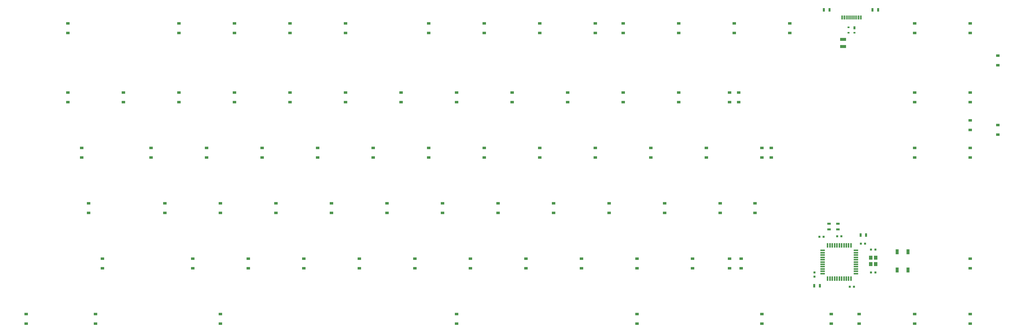
<source format=gbp>
G04 #@! TF.GenerationSoftware,KiCad,Pcbnew,(5.0.2)-1*
G04 #@! TF.CreationDate,2019-04-13T17:16:35-07:00*
G04 #@! TF.ProjectId,Celestine,43656c65-7374-4696-9e65-2e6b69636164,rev?*
G04 #@! TF.SameCoordinates,Original*
G04 #@! TF.FileFunction,Paste,Bot*
G04 #@! TF.FilePolarity,Positive*
%FSLAX46Y46*%
G04 Gerber Fmt 4.6, Leading zero omitted, Abs format (unit mm)*
G04 Created by KiCad (PCBNEW (5.0.2)-1) date 4/13/2019 5:16:35 PM*
%MOMM*%
%LPD*%
G01*
G04 APERTURE LIST*
%ADD10R,0.800000X0.750000*%
%ADD11R,0.750000X0.800000*%
%ADD12R,1.200000X0.900000*%
%ADD13R,2.030000X1.140000*%
%ADD14R,1.300000X0.700000*%
%ADD15R,0.700000X1.300000*%
%ADD16R,1.100000X1.800000*%
%ADD17R,0.700000X0.600000*%
%ADD18R,0.700000X1.000000*%
%ADD19R,0.300000X1.450000*%
%ADD20R,0.600000X1.450000*%
%ADD21R,1.200000X1.400000*%
%ADD22R,1.500000X0.550000*%
%ADD23R,0.550000X1.500000*%
G04 APERTURE END LIST*
D10*
G04 #@! TO.C,C2*
X299097000Y-80454500D03*
X300597000Y-80454500D03*
G04 #@! TD*
D11*
G04 #@! TO.C,C3*
X297434000Y-94222000D03*
X297434000Y-92722000D03*
G04 #@! TD*
D10*
G04 #@! TO.C,C4*
X311011000Y-97663000D03*
X309511000Y-97663000D03*
G04 #@! TD*
G04 #@! TO.C,C5*
X313321000Y-82804000D03*
X314821000Y-82804000D03*
G04 #@! TD*
G04 #@! TO.C,C6*
X305193000Y-80264000D03*
X306693000Y-80264000D03*
G04 #@! TD*
G04 #@! TO.C,C7*
X316813500Y-92710000D03*
X318313500Y-92710000D03*
G04 #@! TD*
G04 #@! TO.C,C8*
X318313500Y-84899500D03*
X316813500Y-84899500D03*
G04 #@! TD*
D12*
G04 #@! TO.C,D1*
X41275000Y-34193750D03*
X41275000Y-30893750D03*
G04 #@! TD*
G04 #@! TO.C,D2*
X60325000Y-30893750D03*
X60325000Y-34193750D03*
G04 #@! TD*
G04 #@! TO.C,D3*
X79375000Y-30893750D03*
X79375000Y-34193750D03*
G04 #@! TD*
G04 #@! TO.C,D4*
X98425000Y-34193750D03*
X98425000Y-30893750D03*
G04 #@! TD*
G04 #@! TO.C,D5*
X117475000Y-34193750D03*
X117475000Y-30893750D03*
G04 #@! TD*
G04 #@! TO.C,D6*
X136525000Y-34193750D03*
X136525000Y-30893750D03*
G04 #@! TD*
G04 #@! TO.C,D7*
X155575000Y-34193750D03*
X155575000Y-30893750D03*
G04 #@! TD*
G04 #@! TO.C,D8*
X174625000Y-30893750D03*
X174625000Y-34193750D03*
G04 #@! TD*
G04 #@! TO.C,D9*
X193675000Y-30893750D03*
X193675000Y-34193750D03*
G04 #@! TD*
G04 #@! TO.C,D10*
X212725000Y-34193750D03*
X212725000Y-30893750D03*
G04 #@! TD*
G04 #@! TO.C,D11*
X231775000Y-30893750D03*
X231775000Y-34193750D03*
G04 #@! TD*
G04 #@! TO.C,D12*
X250825000Y-34193750D03*
X250825000Y-30893750D03*
G04 #@! TD*
G04 #@! TO.C,D13*
X268287500Y-34193750D03*
X268287500Y-30893750D03*
G04 #@! TD*
G04 #@! TO.C,D14*
X271462500Y-34193750D03*
X271462500Y-30893750D03*
G04 #@! TD*
G04 #@! TO.C,D16*
X46037500Y-53243750D03*
X46037500Y-49943750D03*
G04 #@! TD*
G04 #@! TO.C,D17*
X69850000Y-49943750D03*
X69850000Y-53243750D03*
G04 #@! TD*
G04 #@! TO.C,D18*
X88900000Y-53243750D03*
X88900000Y-49943750D03*
G04 #@! TD*
G04 #@! TO.C,D19*
X107950000Y-49943750D03*
X107950000Y-53243750D03*
G04 #@! TD*
G04 #@! TO.C,D20*
X127000000Y-53243750D03*
X127000000Y-49943750D03*
G04 #@! TD*
G04 #@! TO.C,D21*
X146050000Y-49943750D03*
X146050000Y-53243750D03*
G04 #@! TD*
G04 #@! TO.C,D22*
X165100000Y-49943750D03*
X165100000Y-53243750D03*
G04 #@! TD*
G04 #@! TO.C,D23*
X184150000Y-53243750D03*
X184150000Y-49943750D03*
G04 #@! TD*
G04 #@! TO.C,D24*
X203200000Y-53243750D03*
X203200000Y-49943750D03*
G04 #@! TD*
G04 #@! TO.C,D25*
X222250000Y-49943750D03*
X222250000Y-53243750D03*
G04 #@! TD*
G04 #@! TO.C,D26*
X241300000Y-53243750D03*
X241300000Y-49943750D03*
G04 #@! TD*
G04 #@! TO.C,D27*
X260350000Y-53243750D03*
X260350000Y-49943750D03*
G04 #@! TD*
G04 #@! TO.C,D28*
X279400000Y-49943750D03*
X279400000Y-53243750D03*
G04 #@! TD*
G04 #@! TO.C,D29*
X282575000Y-53243750D03*
X282575000Y-49943750D03*
G04 #@! TD*
G04 #@! TO.C,D31*
X48418750Y-68993750D03*
X48418750Y-72293750D03*
G04 #@! TD*
G04 #@! TO.C,D32*
X74612500Y-68993750D03*
X74612500Y-72293750D03*
G04 #@! TD*
G04 #@! TO.C,D33*
X93662500Y-68993750D03*
X93662500Y-72293750D03*
G04 #@! TD*
G04 #@! TO.C,D34*
X112712500Y-72293750D03*
X112712500Y-68993750D03*
G04 #@! TD*
G04 #@! TO.C,D35*
X131762500Y-68993750D03*
X131762500Y-72293750D03*
G04 #@! TD*
G04 #@! TO.C,D36*
X150812500Y-68993750D03*
X150812500Y-72293750D03*
G04 #@! TD*
G04 #@! TO.C,D37*
X169862500Y-72293750D03*
X169862500Y-68993750D03*
G04 #@! TD*
G04 #@! TO.C,D38*
X188912500Y-72293750D03*
X188912500Y-68993750D03*
G04 #@! TD*
G04 #@! TO.C,D39*
X207962500Y-68993750D03*
X207962500Y-72293750D03*
G04 #@! TD*
G04 #@! TO.C,D40*
X227012500Y-68993750D03*
X227012500Y-72293750D03*
G04 #@! TD*
G04 #@! TO.C,D41*
X246062500Y-72293750D03*
X246062500Y-68993750D03*
G04 #@! TD*
G04 #@! TO.C,D42*
X265112500Y-68993750D03*
X265112500Y-72293750D03*
G04 #@! TD*
G04 #@! TO.C,D43*
X277018750Y-68993750D03*
X277018750Y-72293750D03*
G04 #@! TD*
G04 #@! TO.C,D45*
X53181250Y-88043750D03*
X53181250Y-91343750D03*
G04 #@! TD*
G04 #@! TO.C,D46*
X84137500Y-91343750D03*
X84137500Y-88043750D03*
G04 #@! TD*
G04 #@! TO.C,D47*
X103187500Y-91343750D03*
X103187500Y-88043750D03*
G04 #@! TD*
G04 #@! TO.C,D48*
X122237500Y-88043750D03*
X122237500Y-91343750D03*
G04 #@! TD*
G04 #@! TO.C,D49*
X141287500Y-88043750D03*
X141287500Y-91343750D03*
G04 #@! TD*
G04 #@! TO.C,D50*
X160337500Y-91343750D03*
X160337500Y-88043750D03*
G04 #@! TD*
G04 #@! TO.C,D51*
X179387500Y-88043750D03*
X179387500Y-91343750D03*
G04 #@! TD*
G04 #@! TO.C,D52*
X198437500Y-91343750D03*
X198437500Y-88043750D03*
G04 #@! TD*
G04 #@! TO.C,D53*
X217487500Y-91343750D03*
X217487500Y-88043750D03*
G04 #@! TD*
G04 #@! TO.C,D54*
X236537500Y-88043750D03*
X236537500Y-91343750D03*
G04 #@! TD*
G04 #@! TO.C,D55*
X255587500Y-88043750D03*
X255587500Y-91343750D03*
G04 #@! TD*
G04 #@! TO.C,D56*
X268287500Y-91343750D03*
X268287500Y-88043750D03*
G04 #@! TD*
G04 #@! TO.C,D59*
X26987500Y-107093750D03*
X26987500Y-110393750D03*
G04 #@! TD*
G04 #@! TO.C,D61*
X174625000Y-110393750D03*
X174625000Y-107093750D03*
G04 #@! TD*
G04 #@! TO.C,D64*
X236537500Y-107093750D03*
X236537500Y-110393750D03*
G04 #@! TD*
G04 #@! TO.C,D65*
X303212500Y-110393750D03*
X303212500Y-107093750D03*
G04 #@! TD*
G04 #@! TO.C,D67*
X93662500Y-107093750D03*
X93662500Y-110393750D03*
G04 #@! TD*
G04 #@! TO.C,D68*
X272256250Y-88043750D03*
X272256250Y-91343750D03*
G04 #@! TD*
D13*
G04 #@! TO.C,F1*
X307213000Y-12579500D03*
X307213000Y-14979500D03*
G04 #@! TD*
D14*
G04 #@! TO.C,R67*
X302387000Y-77912000D03*
X302387000Y-76012000D03*
G04 #@! TD*
G04 #@! TO.C,R68*
X305435000Y-76012000D03*
X305435000Y-77912000D03*
G04 #@! TD*
D15*
G04 #@! TO.C,R70*
X313248000Y-79883000D03*
X315148000Y-79883000D03*
G04 #@! TD*
G04 #@! TO.C,R71*
X299273000Y-97282000D03*
X297373000Y-97282000D03*
G04 #@! TD*
G04 #@! TO.C,R73*
X300675000Y-2381250D03*
X302575000Y-2381250D03*
G04 #@! TD*
G04 #@! TO.C,R74*
X317343750Y-2381250D03*
X319243750Y-2381250D03*
G04 #@! TD*
D16*
G04 #@! TO.C,SW1*
X329510000Y-91873000D03*
X325810000Y-85673000D03*
X325810000Y-91873000D03*
X329510000Y-85673000D03*
G04 #@! TD*
D17*
G04 #@! TO.C,U2*
X309134000Y-10316250D03*
X311134000Y-10316250D03*
X309134000Y-8416250D03*
D18*
X311134000Y-8616250D03*
G04 #@! TD*
D19*
G04 #@! TO.C,USB1*
X309884000Y-4996250D03*
X310384000Y-4996250D03*
X310884000Y-4996250D03*
X309384000Y-4996250D03*
X311384000Y-4996250D03*
X308884000Y-4996250D03*
X311884000Y-4996250D03*
X308384000Y-4996250D03*
D20*
X307684000Y-4996250D03*
X312584000Y-4996250D03*
X306909000Y-4996250D03*
X313359000Y-4996250D03*
G04 #@! TD*
D21*
G04 #@! TO.C,Y1*
X318413500Y-89873000D03*
X318413500Y-87673000D03*
X316713500Y-87673000D03*
X316713500Y-89873000D03*
G04 #@! TD*
D12*
G04 #@! TO.C,D15*
X41275000Y-7081250D03*
X41275000Y-10381250D03*
G04 #@! TD*
G04 #@! TO.C,D30*
X79375000Y-10381250D03*
X79375000Y-7081250D03*
G04 #@! TD*
G04 #@! TO.C,D58*
X98425000Y-7081250D03*
X98425000Y-10381250D03*
G04 #@! TD*
G04 #@! TO.C,D60*
X117475000Y-10381250D03*
X117475000Y-7081250D03*
G04 #@! TD*
G04 #@! TO.C,D62*
X136525000Y-7081250D03*
X136525000Y-10381250D03*
G04 #@! TD*
G04 #@! TO.C,D63*
X165100000Y-7081250D03*
X165100000Y-10381250D03*
G04 #@! TD*
G04 #@! TO.C,D66*
X184150000Y-10381250D03*
X184150000Y-7081250D03*
G04 #@! TD*
G04 #@! TO.C,D69*
X203200000Y-7081250D03*
X203200000Y-10381250D03*
G04 #@! TD*
G04 #@! TO.C,D70*
X222250000Y-10381250D03*
X222250000Y-7081250D03*
G04 #@! TD*
G04 #@! TO.C,D71*
X231775000Y-7081250D03*
X231775000Y-10381250D03*
G04 #@! TD*
G04 #@! TO.C,D72*
X250825000Y-10381250D03*
X250825000Y-7081250D03*
G04 #@! TD*
G04 #@! TO.C,D73*
X269875000Y-7081250D03*
X269875000Y-10381250D03*
G04 #@! TD*
G04 #@! TO.C,D74*
X288925000Y-7081250D03*
X288925000Y-10381250D03*
G04 #@! TD*
G04 #@! TO.C,D75*
X50800000Y-110393750D03*
X50800000Y-107093750D03*
G04 #@! TD*
G04 #@! TO.C,D76*
X279400000Y-107093750D03*
X279400000Y-110393750D03*
G04 #@! TD*
G04 #@! TO.C,D77*
X331787500Y-10381250D03*
X331787500Y-7081250D03*
G04 #@! TD*
G04 #@! TO.C,D78*
X350837500Y-7081250D03*
X350837500Y-10381250D03*
G04 #@! TD*
G04 #@! TO.C,D79*
X360362500Y-21493750D03*
X360362500Y-18193750D03*
G04 #@! TD*
G04 #@! TO.C,D80*
X331787500Y-34193750D03*
X331787500Y-30893750D03*
G04 #@! TD*
G04 #@! TO.C,D81*
X350837500Y-30893750D03*
X350837500Y-34193750D03*
G04 #@! TD*
G04 #@! TO.C,D82*
X350837500Y-43718750D03*
X350837500Y-40418750D03*
G04 #@! TD*
G04 #@! TO.C,D83*
X331787500Y-49943750D03*
X331787500Y-53243750D03*
G04 #@! TD*
G04 #@! TO.C,D84*
X350837500Y-49943750D03*
X350837500Y-53243750D03*
G04 #@! TD*
G04 #@! TO.C,D85*
X360362500Y-42006250D03*
X360362500Y-45306250D03*
G04 #@! TD*
G04 #@! TO.C,D86*
X350837500Y-88043750D03*
X350837500Y-91343750D03*
G04 #@! TD*
G04 #@! TO.C,D87*
X312737500Y-110393750D03*
X312737500Y-107093750D03*
G04 #@! TD*
G04 #@! TO.C,D88*
X331787500Y-107093750D03*
X331787500Y-110393750D03*
G04 #@! TD*
G04 #@! TO.C,D89*
X350837500Y-110393750D03*
X350837500Y-107093750D03*
G04 #@! TD*
D22*
G04 #@! TO.C,U1*
X300243000Y-85154000D03*
X300243000Y-85954000D03*
X300243000Y-86754000D03*
X300243000Y-87554000D03*
X300243000Y-88354000D03*
X300243000Y-89154000D03*
X300243000Y-89954000D03*
X300243000Y-90754000D03*
X300243000Y-91554000D03*
X300243000Y-92354000D03*
X300243000Y-93154000D03*
D23*
X301943000Y-94854000D03*
X302743000Y-94854000D03*
X303543000Y-94854000D03*
X304343000Y-94854000D03*
X305143000Y-94854000D03*
X305943000Y-94854000D03*
X306743000Y-94854000D03*
X307543000Y-94854000D03*
X308343000Y-94854000D03*
X309143000Y-94854000D03*
X309943000Y-94854000D03*
D22*
X311643000Y-93154000D03*
X311643000Y-92354000D03*
X311643000Y-91554000D03*
X311643000Y-90754000D03*
X311643000Y-89954000D03*
X311643000Y-89154000D03*
X311643000Y-88354000D03*
X311643000Y-87554000D03*
X311643000Y-86754000D03*
X311643000Y-85954000D03*
X311643000Y-85154000D03*
D23*
X309943000Y-83454000D03*
X309143000Y-83454000D03*
X308343000Y-83454000D03*
X307543000Y-83454000D03*
X306743000Y-83454000D03*
X305943000Y-83454000D03*
X305143000Y-83454000D03*
X304343000Y-83454000D03*
X303543000Y-83454000D03*
X302743000Y-83454000D03*
X301943000Y-83454000D03*
G04 #@! TD*
M02*

</source>
